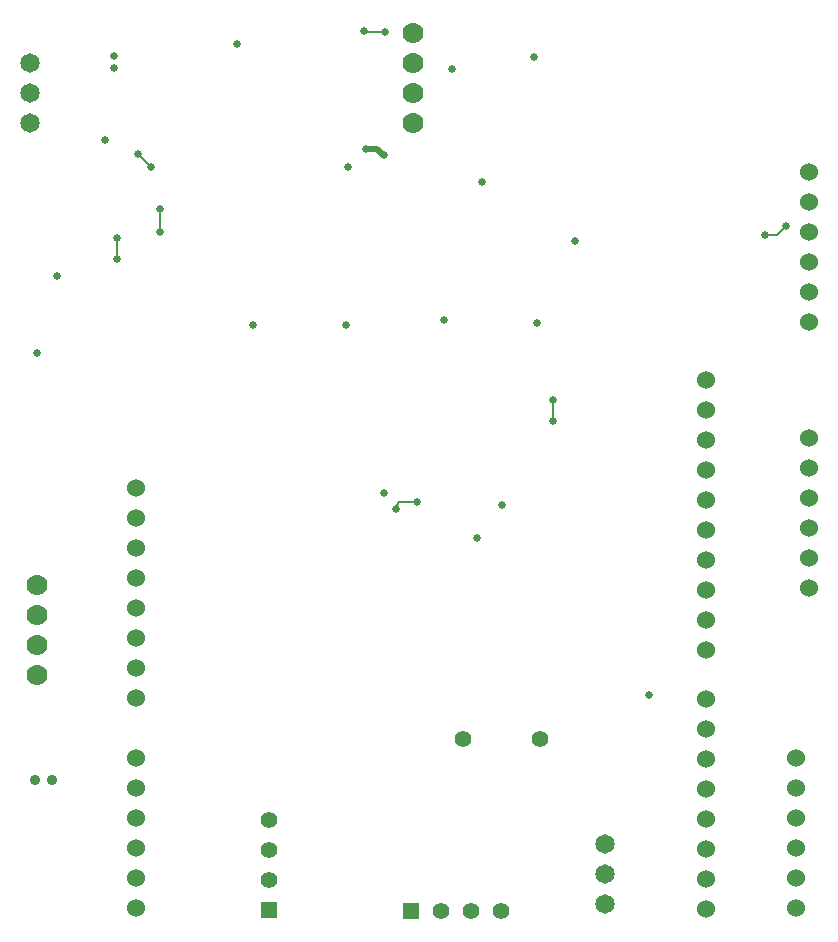
<source format=gbl>
G04*
G04 #@! TF.GenerationSoftware,Altium Limited,Altium Designer,22.3.1 (43)*
G04*
G04 Layer_Physical_Order=4*
G04 Layer_Color=16711680*
%FSLAX25Y25*%
%MOIN*%
G70*
G04*
G04 #@! TF.SameCoordinates,7998B177-6A3A-43FF-968B-635B49023C71*
G04*
G04*
G04 #@! TF.FilePolarity,Positive*
G04*
G01*
G75*
%ADD10C,0.00600*%
%ADD44C,0.02000*%
%ADD45C,0.06000*%
%ADD46C,0.07000*%
%ADD47R,0.05504X0.05504*%
%ADD48C,0.05504*%
%ADD49C,0.05543*%
%ADD50C,0.06496*%
%ADD51C,0.03543*%
%ADD52R,0.05504X0.05504*%
%ADD53C,0.02500*%
D10*
X58000Y265500D02*
Y273000D01*
X50500Y291500D02*
X55000Y287000D01*
X43500Y256500D02*
Y263550D01*
X126000Y332500D02*
X126250Y332250D01*
X132750D02*
X133000Y332000D01*
X126250Y332250D02*
X132750D01*
X136500Y173000D02*
X136864Y173363D01*
Y174499D02*
X137665Y175300D01*
X143500D01*
X136864Y173363D02*
Y174499D01*
X189000Y202500D02*
Y209550D01*
X259500Y264500D02*
X263500D01*
X266500Y267500D01*
D44*
X126450Y293150D02*
X126546Y293054D01*
X130310D02*
X132365Y291000D01*
X126546Y293054D02*
X130310D01*
X132365Y291000D02*
X132500D01*
D45*
X274400Y146800D02*
D03*
Y156800D02*
D03*
Y166800D02*
D03*
Y176800D02*
D03*
Y186800D02*
D03*
Y196800D02*
D03*
Y285300D02*
D03*
Y275300D02*
D03*
Y265300D02*
D03*
Y255300D02*
D03*
Y245300D02*
D03*
Y235300D02*
D03*
X270000Y90000D02*
D03*
Y80000D02*
D03*
Y70000D02*
D03*
Y60000D02*
D03*
Y50000D02*
D03*
Y40000D02*
D03*
X239912Y39869D02*
D03*
Y49869D02*
D03*
Y59869D02*
D03*
Y69868D02*
D03*
Y79869D02*
D03*
Y89868D02*
D03*
Y99869D02*
D03*
Y109869D02*
D03*
X240000Y216000D02*
D03*
Y206000D02*
D03*
Y196000D02*
D03*
Y186000D02*
D03*
Y176000D02*
D03*
Y166000D02*
D03*
Y156000D02*
D03*
Y146000D02*
D03*
Y136000D02*
D03*
Y126000D02*
D03*
X50000Y40000D02*
D03*
Y50000D02*
D03*
Y60000D02*
D03*
Y70000D02*
D03*
Y80000D02*
D03*
Y90000D02*
D03*
Y110000D02*
D03*
Y120000D02*
D03*
Y130000D02*
D03*
Y140000D02*
D03*
Y150000D02*
D03*
Y160000D02*
D03*
Y170000D02*
D03*
Y180000D02*
D03*
D46*
X142200Y311800D02*
D03*
Y301800D02*
D03*
Y331800D02*
D03*
Y321800D02*
D03*
X17000Y127700D02*
D03*
Y117700D02*
D03*
Y147700D02*
D03*
Y137700D02*
D03*
D47*
X94200Y39400D02*
D03*
D48*
Y49400D02*
D03*
Y59400D02*
D03*
Y69400D02*
D03*
X151500Y39000D02*
D03*
X161500D02*
D03*
X171500D02*
D03*
D49*
X184491Y96300D02*
D03*
X158900D02*
D03*
D50*
X206300Y61600D02*
D03*
Y51600D02*
D03*
Y41600D02*
D03*
X14500Y321700D02*
D03*
Y311700D02*
D03*
Y301700D02*
D03*
D51*
X21856Y82872D02*
D03*
X16344D02*
D03*
D52*
X141500Y39000D02*
D03*
D53*
X163500Y163500D02*
D03*
X42500Y320000D02*
D03*
X58000Y265500D02*
D03*
Y273000D02*
D03*
X55000Y287000D02*
D03*
X50500Y291500D02*
D03*
X43500Y256500D02*
D03*
Y263550D02*
D03*
X126000Y332500D02*
D03*
X133000Y332000D02*
D03*
X83500Y328000D02*
D03*
X132500Y291000D02*
D03*
X126450Y293150D02*
D03*
X136500Y173000D02*
D03*
X189000Y202500D02*
D03*
Y209550D02*
D03*
X266500Y267500D02*
D03*
X259500Y264500D02*
D03*
X183500Y235000D02*
D03*
X152500Y236000D02*
D03*
X120000Y234500D02*
D03*
X89000D02*
D03*
X165400Y282200D02*
D03*
X182500Y323800D02*
D03*
X155400Y319800D02*
D03*
X120600Y287000D02*
D03*
X39600Y296000D02*
D03*
X42500Y324000D02*
D03*
X23600Y250800D02*
D03*
X16800Y225200D02*
D03*
X196300Y262600D02*
D03*
X220800Y111100D02*
D03*
X143500Y175300D02*
D03*
X132700Y178300D02*
D03*
X171900Y174400D02*
D03*
M02*

</source>
